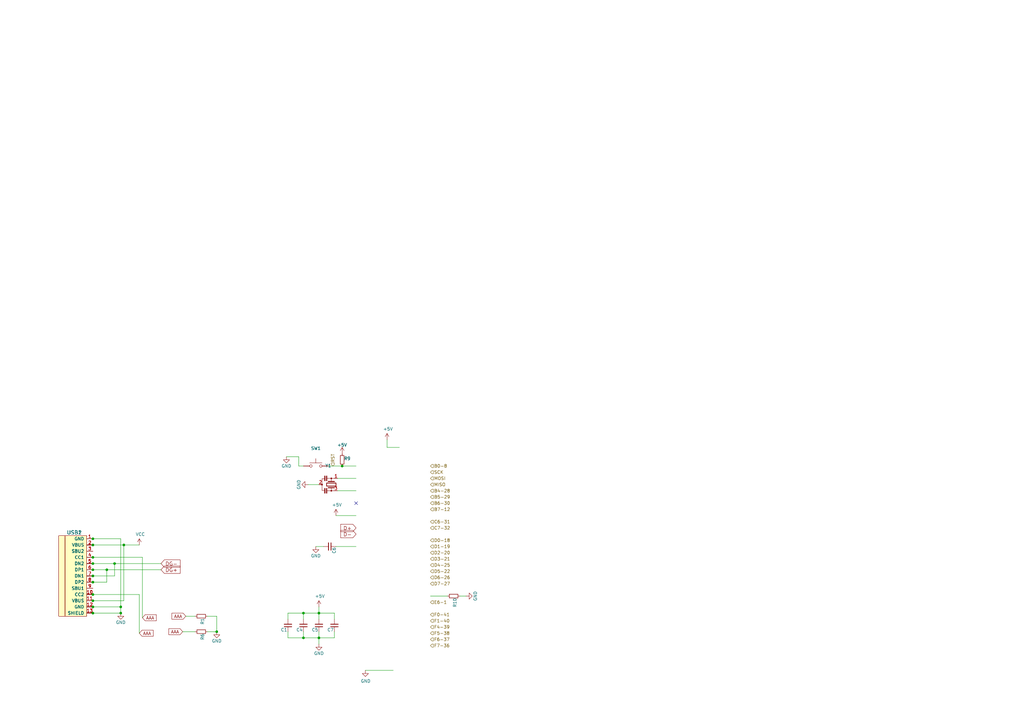
<source format=kicad_sch>
(kicad_sch (version 20211123) (generator eeschema)
  (paper "A3")
  (lib_symbols
    (symbol "Device:C_Small" (pin_numbers hide) (pin_names (offset 0.254) hide)
      (property "Reference" "C" (at 0.254 1.778 0))
      (property "Value" "C_Small" (at 0.254 -2.032 0))
      (symbol "C_Small_0_1"
        (polyline (pts (xy -1.524 -0.508) (xy 1.524 -0.508)) (stroke (width 0.3302)))
        (polyline (pts (xy -1.524 0.508) (xy 1.524 0.508)) (stroke (width 0.3048)))
      )
      (symbol "C_Small_1_1"
        (pin passive line (at 0 2.54 270) (length 2.032) (name "~") (number "1"))
        (pin passive line (at 0 -2.54 90) (length 2.032) (name "~") (number "2"))
      )
    )
    (symbol "Device:R_Small" (pin_numbers hide) (pin_names (offset 0.254) hide)
      (property "Reference" "R" (at 0.762 0.508 0))
      (property "Value" "R_Small" (at 0.762 -1.016 0))
      (symbol "R_Small_0_1"
        (rectangle (start -0.762 1.778) (end 0.762 -1.778) (stroke (width 0.2032)))
      )
      (symbol "R_Small_1_1"
        (pin passive line (at 0 2.54 270) (length 0.762) (name "~") (number "1"))
        (pin passive line (at 0 -2.54 90) (length 0.762) (name "~") (number "2"))
      )
    )
    (symbol "Device:Resonator_Small" (pin_names (offset 1.016) hide)
      (property "Reference" "Y" (at 3.175 1.905 0))
      (property "Value" "Resonator_Small" (at 3.175 0 0))
      (symbol "Resonator_Small_0_1"
        (rectangle (start -3.556 -2.54) (end -1.524 -2.794) (fill (type outline)))
        (rectangle (start -3.556 -1.778) (end -1.524 -2.032) (fill (type outline)))
        (circle (center -2.54 0) (radius 0.254) (fill (type outline)))
        (rectangle (start -0.635 1.905) (end 0.635 -1.905) (stroke (width 0.3048)))
        (circle (center 0 -3.81) (radius 0.254) (fill (type outline)))
        (polyline (pts (xy -2.54 -1.778) (xy -2.54 0)))
        (polyline (pts (xy -2.54 0) (xy -1.397 0)))
        (polyline (pts (xy -2.54 1.27) (xy -2.54 0)))
        (polyline (pts (xy -1.27 -1.27) (xy -1.27 1.27)) (stroke (width 0.381)))
        (polyline (pts (xy 1.27 -1.27) (xy 1.27 1.27)) (stroke (width 0.381)))
        (polyline (pts (xy 1.27 0) (xy 2.54 0)))
        (polyline (pts (xy 2.54 0) (xy 2.54 -1.778)))
        (polyline (pts (xy 2.54 1.27) (xy 2.54 0)))
        (polyline (pts (xy 2.413 -2.794) (xy 2.413 -3.81) (xy -2.413 -3.81) (xy -2.413 -2.667)))
        (rectangle (start 1.524 -2.54) (end 3.556 -2.794) (fill (type outline)))
        (rectangle (start 1.524 -1.778) (end 3.556 -2.032) (fill (type outline)))
        (circle (center 2.54 0) (radius 0.254) (fill (type outline)))
      )
      (symbol "Resonator_Small_1_1"
        (pin passive line (at -2.54 2.54 270) (length 1.27) (name "1") (number "1"))
        (pin passive line (at 0 -5.08 90) (length 1.27) (name "2") (number "2"))
        (pin passive line (at 2.54 2.54 270) (length 1.27) (name "3") (number "3"))
      )
    )
    (symbol "Switch:SW_Push" (pin_numbers hide) (pin_names (offset 1.016) hide)
      (property "Reference" "SW" (at 1.27 2.54 0))
      (property "Value" "SW_Push" (at 0 -1.524 0))
      (symbol "SW_Push_0_1"
        (circle (center -2.032 0) (radius 0.508))
        (polyline (pts (xy 0 1.27) (xy 0 3.048)))
        (polyline (pts (xy 2.54 1.27) (xy -2.54 1.27)))
        (circle (center 2.032 0) (radius 0.508))
        (pin passive line (at -5.08 0 0) (length 2.54) (name "1") (number "1"))
        (pin passive line (at 5.08 0 180) (length 2.54) (name "2") (number "2"))
      )
    )
    (symbol "power:+5V" (power) (pin_names (offset 0))
      (property "Value" "+5V" (at 0 3.556 0))
      (symbol "+5V_0_1"
        (polyline (pts (xy -0.762 1.27) (xy 0 2.54)))
        (polyline (pts (xy 0 0) (xy 0 2.54)))
        (polyline (pts (xy 0 2.54) (xy 0.762 1.27)))
      )
      (symbol "+5V_1_1"
        (pin power_in line (at 0 0 90) (length 0) hide (name "+5V") (number "1"))
      )
    )
    (symbol "power:GND" (power) (pin_names (offset 0))
      (property "Value" "GND" (at 0 -3.81 0))
      (symbol "GND_0_1"
        (polyline (pts (xy 0 0) (xy 0 -1.27) (xy 1.27 -1.27) (xy 0 -2.54) (xy -1.27 -1.27) (xy 0 -1.27)))
      )
      (symbol "GND_1_1"
        (pin power_in line (at 0 0 270) (length 0) hide (name "GND") (number "1"))
      )
    )
    (symbol "power:VCC" (power) (pin_names (offset 0))
      (property "Value" "VCC" (at 0 3.81 0))
      (symbol "VCC_0_1"
        (polyline (pts (xy -0.762 1.27) (xy 0 2.54)))
        (polyline (pts (xy 0 0) (xy 0 2.54)))
        (polyline (pts (xy 0 2.54) (xy 0.762 1.27)))
      )
      (symbol "VCC_1_1"
        (pin power_in line (at 0 0 90) (length 0) hide (name "VCC") (number "1"))
      )
    )
    (symbol "random-keyboard-parts:HRO-TYPE-C-31-M-12-Type-C" (pin_names (offset 1.016))
      (property "Reference" "USB" (at -5.08 16.51 0))
      (property "Value" "HRO-TYPE-C-31-M-12-Type-C" (at -10.16 -1.27 90))
      (symbol "HRO-TYPE-C-31-M-12-Type-C_0_1"
        (rectangle (start -11.43 15.24) (end -8.89 -17.78) (fill (type background)))
        (rectangle (start 0 -17.78) (end -8.89 15.24) (fill (type background)))
      )
      (symbol "HRO-TYPE-C-31-M-12-Type-C_1_1"
        (pin input line (at 2.54 13.97 180) (length 2.54) (name "GND") (number "1"))
        (pin input line (at 2.54 -8.89 180) (length 2.54) (name "CC2") (number "10"))
        (pin input line (at 2.54 -11.43 180) (length 2.54) (name "VBUS") (number "11"))
        (pin input line (at 2.54 -13.97 180) (length 2.54) (name "GND") (number "12"))
        (pin input line (at 2.54 -16.51 180) (length 2.54) (name "SHIELD") (number "13"))
        (pin input line (at 2.54 11.43 180) (length 2.54) (name "VBUS") (number "2"))
        (pin input line (at 2.54 8.89 180) (length 2.54) (name "SBU2") (number "3"))
        (pin input line (at 2.54 6.35 180) (length 2.54) (name "CC1") (number "4"))
        (pin input line (at 2.54 3.81 180) (length 2.54) (name "DN2") (number "5"))
        (pin input line (at 2.54 1.27 180) (length 2.54) (name "DP1") (number "6"))
        (pin input line (at 2.54 -1.27 180) (length 2.54) (name "DN1") (number "7"))
        (pin input line (at 2.54 -3.81 180) (length 2.54) (name "DP2") (number "8"))
        (pin input line (at 2.54 -6.35 180) (length 2.54) (name "SBU1") (number "9"))
      )
    )
  )
  (junction (at 130.81 261.62))
  (junction (at 50.8 223.52))
  (junction (at 140.335 191.135))
  (junction (at 38.1 233.68))
  (junction (at 38.1 231.14))
  (junction (at 38.1 238.76))
  (junction (at 130.81 251.46))
  (junction (at 38.1 236.22))
  (junction (at 88.9 259.08))
  (junction (at 49.53 248.92))
  (junction (at 38.1 243.84))
  (junction (at 38.1 223.52))
  (junction (at 38.1 248.92))
  (junction (at 124.46 251.46))
  (junction (at 38.1 246.38))
  (junction (at 124.46 261.62))
  (junction (at 46.99 231.14))
  (junction (at 38.1 251.46))
  (junction (at 43.815 233.68))
  (junction (at 38.1 220.98))
  (junction (at 38.1 228.6))
  (junction (at 49.53 251.46))
  (no_connect (at 146.05 206.375))
  (wire (pts (xy 38.1 248.92) (xy 49.53 248.92)))
  (wire (pts (xy 137.16 261.62) (xy 137.16 259.08)))
  (wire (pts (xy 158.75 183.515) (xy 163.83 183.515)))
  (wire (pts (xy 43.815 233.68) (xy 66.04 233.68)))
  (wire (pts (xy 43.815 233.68) (xy 43.815 238.76)))
  (wire (pts (xy 49.53 248.92) (xy 49.53 251.46)))
  (wire (pts (xy 88.9 259.08) (xy 85.09 259.08)))
  (wire (pts (xy 146.05 201.295) (xy 138.43 201.295)))
  (wire (pts (xy 46.99 231.14) (xy 66.04 231.14)))
  (wire (pts (xy 38.1 233.68) (xy 43.815 233.68)))
  (wire (pts (xy 124.46 251.46) (xy 130.81 251.46)))
  (wire (pts (xy 124.46 261.62) (xy 130.81 261.62)))
  (wire (pts (xy 122.555 187.325) (xy 122.555 191.135)))
  (wire (pts (xy 88.9 252.73) (xy 88.9 259.08)))
  (wire (pts (xy 74.93 259.08) (xy 80.01 259.08)))
  (wire (pts (xy 130.81 259.08) (xy 130.81 261.62)))
  (wire (pts (xy 50.8 223.52) (xy 57.15 223.52)))
  (wire (pts (xy 130.81 198.755) (xy 126.365 198.755)))
  (wire (pts (xy 124.46 259.08) (xy 124.46 261.62)))
  (wire (pts (xy 140.335 191.135) (xy 146.05 191.135)))
  (wire (pts (xy 146.05 211.455) (xy 137.795 211.455)))
  (wire (pts (xy 117.475 187.325) (xy 122.555 187.325)))
  (wire (pts (xy 76.2 252.73) (xy 80.01 252.73)))
  (wire (pts (xy 46.99 231.14) (xy 46.99 236.22)))
  (wire (pts (xy 46.99 231.14) (xy 38.1 231.14)))
  (wire (pts (xy 49.53 220.98) (xy 38.1 220.98)))
  (wire (pts (xy 130.81 261.62) (xy 130.81 264.16)))
  (wire (pts (xy 134.62 191.135) (xy 140.335 191.135)))
  (wire (pts (xy 137.795 224.155) (xy 146.05 224.155)))
  (wire (pts (xy 118.11 261.62) (xy 124.46 261.62)))
  (wire (pts (xy 130.81 251.46) (xy 137.16 251.46)))
  (wire (pts (xy 38.1 243.84) (xy 57.15 243.84)))
  (wire (pts (xy 122.555 191.135) (xy 124.46 191.135)))
  (wire (pts (xy 49.53 220.98) (xy 49.53 248.92)))
  (wire (pts (xy 38.1 236.22) (xy 46.99 236.22)))
  (wire (pts (xy 49.53 251.46) (xy 38.1 251.46)))
  (wire (pts (xy 137.16 251.46) (xy 137.16 254)))
  (wire (pts (xy 129.54 224.155) (xy 132.715 224.155)))
  (wire (pts (xy 124.46 251.46) (xy 124.46 254)))
  (wire (pts (xy 138.43 196.215) (xy 146.05 196.215)))
  (wire (pts (xy 149.86 274.955) (xy 161.29 274.955)))
  (wire (pts (xy 130.81 248.92) (xy 130.81 251.46)))
  (wire (pts (xy 158.75 180.34) (xy 158.75 183.515)))
  (wire (pts (xy 58.42 228.6) (xy 58.42 253.365)))
  (wire (pts (xy 118.11 254) (xy 118.11 251.46)))
  (wire (pts (xy 85.09 252.73) (xy 88.9 252.73)))
  (wire (pts (xy 130.81 261.62) (xy 137.16 261.62)))
  (wire (pts (xy 38.1 223.52) (xy 50.8 223.52)))
  (wire (pts (xy 50.8 223.52) (xy 50.8 246.38)))
  (wire (pts (xy 130.81 251.46) (xy 130.81 254)))
  (wire (pts (xy 43.815 238.76) (xy 38.1 238.76)))
  (wire (pts (xy 191.135 244.475) (xy 188.595 244.475)))
  (wire (pts (xy 50.8 246.38) (xy 38.1 246.38)))
  (wire (pts (xy 118.11 251.46) (xy 124.46 251.46)))
  (wire (pts (xy 183.515 244.475) (xy 176.53 244.475)))
  (wire (pts (xy 38.1 228.6) (xy 58.42 228.6)))
  (wire (pts (xy 118.11 261.62) (xy 118.11 259.08)))
  (wire (pts (xy 57.15 243.84) (xy 57.15 259.715)))
  (global_label "AAA" (shape input) (at 57.15 259.715 0) (property "Intersheet References" "${INTERSHEET_REFS}" (effects hide)))
  (global_label "AAA" (shape input) (at 58.42 253.365 0) (property "Intersheet References" "${INTERSHEET_REFS}" (effects hide)))
  (global_label "DG-" (shape input) (at 66.04 231.14 0) (effects (font (size 1.524 1.524))) (property "Intersheet References" "${INTERSHEET_REFS}" (effects hide)))
  (global_label "AAA" (shape input) (at 76.2 252.73 180) (property "Intersheet References" "${INTERSHEET_REFS}" (effects hide)))
  (global_label "DG+" (shape input) (at 66.04 233.68 0) (effects (font (size 1.524 1.524))) (property "Intersheet References" "${INTERSHEET_REFS}" (effects hide)))
  (global_label "AAA" (shape input) (at 74.93 259.08 180) (property "Intersheet References" "${INTERSHEET_REFS}" (effects hide)))
  (global_label "D-" (shape input) (at 146.05 219.075 180) (effects (font (size 1.524 1.524))) (property "Intersheet References" "${INTERSHEET_REFS}" (effects hide)))
  (global_label "D+" (shape input) (at 146.05 216.535 180) (effects (font (size 1.524 1.524))) (property "Intersheet References" "${INTERSHEET_REFS}" (effects hide)))
  (hierarchical_label "SCK" (shape input) (at 176.53 193.675 0))
  (hierarchical_label "C6-31" (shape input) (at 176.53 213.995 0))
  (hierarchical_label "F6-37" (shape input) (at 176.53 262.255 0))
  (hierarchical_label "B5-29" (shape input) (at 176.53 203.835 0))
  (hierarchical_label "D4-25" (shape input) (at 176.53 231.775 0))
  (hierarchical_label "D0-18" (shape input) (at 176.53 221.615 0))
  (hierarchical_label "B4-28" (shape input) (at 176.53 201.295 0))
  (hierarchical_label "D1-19" (shape input) (at 176.53 224.155 0))
  (hierarchical_label "F1-40" (shape input) (at 176.53 254.635 0))
  (hierarchical_label "F4-39" (shape input) (at 176.53 257.175 0))
  (hierarchical_label "MOSI" (shape input) (at 176.53 196.215 0))
  (hierarchical_label "F5-38" (shape input) (at 176.53 259.715 0))
  (hierarchical_label "MISO" (shape input) (at 176.53 198.755 0))
  (hierarchical_label "C7-32" (shape input) (at 176.53 216.535 0))
  (hierarchical_label "E6-1" (shape input) (at 176.53 247.015 0))
  (hierarchical_label "B0-8" (shape input) (at 176.53 191.135 0))
  (hierarchical_label "RST" (shape input) (at 136.525 191.135 90))
  (hierarchical_label "D3-21" (shape input) (at 176.53 229.235 0))
  (hierarchical_label "B7-12" (shape input) (at 176.53 208.915 0))
  (hierarchical_label "F7-36" (shape input) (at 176.53 264.795 0))
  (hierarchical_label "D6-26" (shape input) (at 176.53 236.855 0))
  (hierarchical_label "D2-20" (shape input) (at 176.53 226.695 0))
  (hierarchical_label "D5-22" (shape input) (at 176.53 234.315 0))
  (hierarchical_label "B6-30" (shape input) (at 176.53 206.375 0))
  (hierarchical_label "F0-41" (shape input) (at 176.53 252.095 0))
  (hierarchical_label "D7-27" (shape input) (at 176.53 239.395 0))
  (symbol (lib_id "Device:C_Small") (at 135.255 224.155 270) (unit 1)
    (property "Reference" "C6" (at 137.033 224.409 0) (effects (justify left)))
  )
  (symbol (lib_id "power:GND") (at 129.54 224.155 0) (unit 1)
    (property "Reference" "#PWR0102" (effects hide))
  )
  (symbol (lib_id "Device:R_Small") (at 140.335 188.595 0) (unit 1)
    (property "Reference" "R9" (at 141.097 188.087 0) (effects (justify left)))
  )
  (symbol (lib_id "power:+5V") (at 140.335 186.055 0) (unit 1)
    (property "Reference" "#PWR0108" (effects hide))
  )
  (symbol (lib_id "power:GND") (at 117.475 187.325 0) (unit 1)
    (property "Reference" "#PWR0125" (effects hide))
  )
  (symbol (lib_id "Device:R_Small") (at 186.055 244.475 270) (unit 1)
    (property "Reference" "R10" (at 186.563 245.237 0) (effects (justify left)))
  )
  (symbol (lib_id "power:GND") (at 191.135 244.475 90) (unit 1)
    (property "Reference" "#PWR0113" (effects hide))
  )
  (symbol (lib_id "Device:C_Small") (at 124.46 256.54 180) (unit 1)
    (property "Reference" "C4" (at 124.206 258.318 0) (effects (justify left)))
  )
  (symbol (lib_id "Device:C_Small") (at 130.81 256.54 180) (unit 1)
    (property "Reference" "C5" (at 130.556 258.318 0) (effects (justify left)))
  )
  (symbol (lib_id "Device:C_Small") (at 137.16 256.54 180) (unit 1)
    (property "Reference" "C7" (at 136.906 258.318 0) (effects (justify left)))
  )
  (symbol (lib_id "power:GND") (at 130.81 264.16 0) (unit 1)
    (property "Reference" "#PWR0116" (effects hide))
  )
  (symbol (lib_id "Device:C_Small") (at 118.11 256.54 180) (unit 1)
    (property "Reference" "C1" (at 117.856 258.318 0) (effects (justify left)))
  )
  (symbol (lib_id "random-keyboard-parts:HRO-TYPE-C-31-M-12-Type-C") (at 35.56 234.95 0) (unit 1)
    (property "Reference" "USB1" (at 30.48 218.44 0) (effects (font (size 1.524 1.524))))
  )
  (symbol (lib_id "power:GND") (at 49.53 251.46 0) (unit 1)
    (property "Reference" "#PWR0121" (effects hide))
  )
  (symbol (lib_id "Device:R_Small") (at 82.55 259.08 270) (unit 1)
    (property "Reference" "R6" (at 83.058 259.842 0) (effects (justify left)))
  )
  (symbol (lib_id "Device:R_Small") (at 82.55 252.73 270) (unit 1)
    (property "Reference" "R1" (at 83.058 253.492 0) (effects (justify left)))
  )
  (symbol (lib_id "power:GND") (at 88.9 259.08 0) (unit 1)
    (property "Reference" "#PWR0122" (effects hide))
  )
  (symbol (lib_id "power:+5V") (at 158.75 180.34 0) (unit 1)
    (property "Reference" "#PWR0127" (effects hide))
  )
  (symbol (lib_id "power:+5V") (at 137.795 211.455 0) (unit 1)
    (property "Reference" "#PWR0123" (effects hide))
  )
  (symbol (lib_id "power:GND") (at 149.86 274.955 0) (unit 1)
    (property "Reference" "#PWR0124" (effects hide))
  )
  (symbol (lib_id "Switch:SW_Push") (at 129.54 191.135 0) (unit 1)
    (property "Reference" "SW1" (at 129.54 183.896 0))
  )
  (symbol (lib_id "MCU_Microchip_ATmega:ATmega32U4-MU") (at 161.29 229.235 0) (unit 1)
    (property "Reference" "U2" (at 161.29 277.2156 0))
    (property "Datasheet" "http://ww1.microchip.com/downloads/en/DeviceDoc/Atmel-7766-8-bit-AVR-ATmega16U4-32U4_Datasheet.pdf" (effects hide))
  )
  (symbol (lib_id "power:+5V") (at 130.81 248.92 0) (unit 1)
    (property "Reference" "#PWR0126" (effects hide))
  )
  (symbol (lib_id "power:VCC") (at 57.15 223.52 0) (unit 1)
    (property "Reference" "#PWR0130" (effects hide))
  )
  (symbol (lib_id "random-keyboard-parts:HRO-TYPE-C-31-M-12-Type-C") (at 35.56 234.95 0) (unit 1)
    (property "Reference" "USB2" (at 30.48 218.44 0) (effects (font (size 1.524 1.524))))
  )
  (symbol (lib_id "Device:Resonator_Small") (at 135.89 198.755 270) (unit 1)
    (property "Reference" "Y1" (at 134.62 191.008 90))
  )
  (symbol (lib_id "power:GND") (at 126.365 198.755 270) (unit 1)
    (property "Reference" "#PWR0112" (effects hide))
  )
)
</source>
